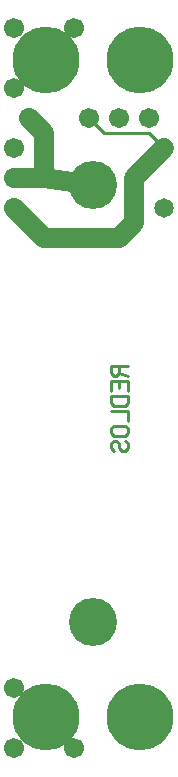
<source format=gbl>
%MOIN*%
%FSLAX25Y25*%
G04 D10 used for Character Trace; *
G04     Circle (OD=.01000) (No hole)*
G04 D11 used for Power Trace; *
G04     Circle (OD=.06700) (No hole)*
G04 D12 used for Signal Trace; *
G04     Circle (OD=.01100) (No hole)*
G04 D13 used for Via; *
G04     Circle (OD=.05800) (Round. Hole ID=.02800)*
G04 D14 used for Component hole; *
G04     Circle (OD=.06500) (Round. Hole ID=.03500)*
G04 D15 used for Component hole; *
G04     Circle (OD=.06700) (Round. Hole ID=.04300)*
G04 D16 used for Component hole; *
G04     Circle (OD=.08100) (Round. Hole ID=.05100)*
G04 D17 used for Component hole; *
G04     Circle (OD=.08900) (Round. Hole ID=.05900)*
G04 D18 used for Component hole; *
G04     Circle (OD=.11300) (Round. Hole ID=.08300)*
G04 D19 used for Component hole; *
G04     Circle (OD=.16000) (Round. Hole ID=.13000)*
G04 D20 used for Component hole; *
G04     Circle (OD=.18300) (Round. Hole ID=.15300)*
G04 D21 used for Component hole; *
G04     Circle (OD=.22291) (Round. Hole ID=.19291)*
%ADD10C,.01000*%
%ADD11C,.06700*%
%ADD12C,.01100*%
%ADD13C,.05800*%
%ADD14C,.06500*%
%ADD15C,.06700*%
%ADD16C,.08100*%
%ADD17C,.08900*%
%ADD18C,.11300*%
%ADD19C,.16000*%
%ADD20C,.18300*%
%ADD21C,.22291*%
%IPPOS*%
%LPD*%
G90*X0Y0D02*D15*X5000Y5000D03*D21*X15625Y15625D03*
D15*X5000Y25000D03*X25000Y5000D03*D19*            
X31250Y47200D03*D21*X46875Y15625D03*D10*          
X38086Y104163D02*X37129Y105000D01*Y106674D01*     
X38086Y107511D01*X39043D01*X40000Y106674D01*      
Y105000D01*X40957Y104163D01*X41914D01*            
X42871Y105000D01*Y106674D01*X41914Y107511D01*     
Y109163D02*X42871Y110000D01*Y111674D01*           
X41914Y112511D01*X38086D01*X37129Y111674D01*      
Y110000D01*X38086Y109163D01*X41914D01*            
X37129Y117511D02*X42871D01*Y114163D01*Y122511D02* 
X37129D01*Y120000D01*X38086Y119163D01*X41914D01*  
X42871Y120000D01*Y122511D01*Y124163D02*Y127511D01*
X37129D01*Y124163D01*X40000Y127511D02*Y125000D01* 
X42871Y132511D02*X37129D01*Y130000D01*            
X38086Y129163D01*X39043D01*X40000Y130000D01*      
Y132511D01*Y130000D02*X42871Y129163D01*D11*       
X15000Y175000D02*X40000D01*X15000D02*             
X5000Y185000D01*D15*D03*D11*Y195000D02*X15000D01* 
D15*X5000D03*D11*X15000D02*X31250Y192800D01*D19*  
D03*D11*X40000Y175000D02*X45000Y180000D01*        
Y195000D01*X55000Y205000D01*D14*D03*D12*          
X50000Y210000D01*X35000D01*X30000Y215000D01*D15*  
D03*X40000D03*D11*X15000Y195000D02*Y210000D01*D15*
X5000Y205000D03*D11*X15000Y210000D02*             
X10000Y215000D01*D15*D03*X5000Y225000D03*D21*     
X15625Y234375D03*D15*X25000Y245000D03*X5000D03*   
D21*X46875Y234375D03*D15*X50000Y215000D03*D14*    
X55000Y185000D03*M02*                             

</source>
